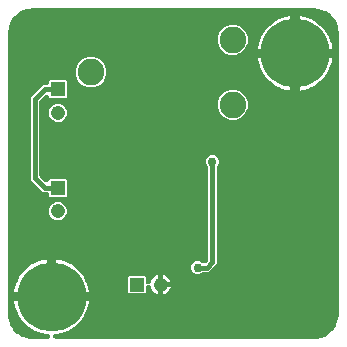
<source format=gbr>
G04 EAGLE Gerber RS-274X export*
G75*
%MOMM*%
%FSLAX34Y34*%
%LPD*%
%INBottom Copper*%
%IPPOS*%
%AMOC8*
5,1,8,0,0,1.08239X$1,22.5*%
G01*
%ADD10R,1.208000X1.208000*%
%ADD11C,1.208000*%
%ADD12C,5.842000*%
%ADD13C,2.250000*%
%ADD14C,0.756400*%
%ADD15C,0.406400*%

G36*
X271476Y134171D02*
X271476Y134171D01*
X271578Y134171D01*
X271676Y134191D01*
X271775Y134201D01*
X271872Y134231D01*
X271972Y134251D01*
X272064Y134289D01*
X272160Y134319D01*
X272250Y134367D01*
X272344Y134407D01*
X272426Y134463D01*
X272514Y134511D01*
X272592Y134576D01*
X272677Y134633D01*
X272747Y134704D01*
X272823Y134768D01*
X272887Y134848D01*
X272958Y134921D01*
X273013Y135004D01*
X273075Y135082D01*
X273122Y135173D01*
X273178Y135258D01*
X273215Y135351D01*
X273261Y135439D01*
X273289Y135537D01*
X273327Y135632D01*
X273345Y135730D01*
X273372Y135826D01*
X273381Y135928D01*
X273399Y136028D01*
X273397Y136128D01*
X273405Y136228D01*
X273393Y136329D01*
X273391Y136431D01*
X273370Y136528D01*
X273358Y136627D01*
X273327Y136724D01*
X273305Y136824D01*
X273264Y136915D01*
X273233Y137010D01*
X273183Y137099D01*
X273142Y137192D01*
X273085Y137274D01*
X273036Y137361D01*
X272969Y137438D01*
X272910Y137521D01*
X272837Y137590D01*
X272772Y137665D01*
X272692Y137728D01*
X272618Y137798D01*
X272533Y137851D01*
X272454Y137912D01*
X272363Y137958D01*
X272276Y138012D01*
X272183Y138047D01*
X272094Y138092D01*
X271995Y138118D01*
X271900Y138154D01*
X271781Y138176D01*
X271705Y138196D01*
X271639Y138202D01*
X271573Y138213D01*
X270136Y138355D01*
X267076Y138964D01*
X264090Y139869D01*
X261209Y141063D01*
X258457Y142534D01*
X255864Y144267D01*
X253452Y146246D01*
X251246Y148452D01*
X249267Y150864D01*
X247534Y153457D01*
X246063Y156209D01*
X244869Y159090D01*
X243964Y162076D01*
X243355Y165136D01*
X243296Y165737D01*
X272768Y165737D01*
X272786Y165739D01*
X272803Y165737D01*
X272986Y165758D01*
X273168Y165777D01*
X273186Y165782D01*
X273203Y165784D01*
X273378Y165841D01*
X273553Y165895D01*
X273569Y165903D01*
X273586Y165909D01*
X273746Y165999D01*
X273907Y166087D01*
X273921Y166098D01*
X273937Y166107D01*
X274076Y166227D01*
X274217Y166344D01*
X274228Y166358D01*
X274241Y166370D01*
X274354Y166515D01*
X274469Y166658D01*
X274477Y166674D01*
X274488Y166688D01*
X274570Y166853D01*
X274655Y167015D01*
X274659Y167032D01*
X274667Y167049D01*
X274715Y167227D01*
X274766Y167402D01*
X274767Y167420D01*
X274772Y167437D01*
X274799Y167768D01*
X274799Y169801D01*
X274801Y169801D01*
X274801Y167768D01*
X274803Y167750D01*
X274801Y167732D01*
X274823Y167550D01*
X274841Y167367D01*
X274846Y167350D01*
X274848Y167333D01*
X274905Y167158D01*
X274959Y166982D01*
X274967Y166967D01*
X274973Y166950D01*
X275063Y166790D01*
X275151Y166628D01*
X275162Y166615D01*
X275171Y166599D01*
X275291Y166460D01*
X275408Y166319D01*
X275422Y166308D01*
X275434Y166295D01*
X275579Y166182D01*
X275722Y166067D01*
X275738Y166059D01*
X275752Y166048D01*
X275917Y165966D01*
X276080Y165881D01*
X276097Y165876D01*
X276113Y165868D01*
X276291Y165821D01*
X276466Y165770D01*
X276484Y165768D01*
X276501Y165764D01*
X276832Y165737D01*
X306304Y165737D01*
X306245Y165136D01*
X305636Y162076D01*
X304731Y159090D01*
X303537Y156209D01*
X302066Y153457D01*
X300333Y150864D01*
X298354Y148452D01*
X296148Y146246D01*
X293736Y144267D01*
X291143Y142534D01*
X288391Y141063D01*
X285510Y139869D01*
X282524Y138964D01*
X279464Y138355D01*
X278027Y138213D01*
X277927Y138193D01*
X277825Y138183D01*
X277730Y138154D01*
X277632Y138134D01*
X277538Y138095D01*
X277440Y138065D01*
X277353Y138018D01*
X277260Y137979D01*
X277176Y137922D01*
X277086Y137873D01*
X277010Y137810D01*
X276927Y137754D01*
X276855Y137681D01*
X276777Y137616D01*
X276714Y137538D01*
X276644Y137467D01*
X276588Y137381D01*
X276525Y137302D01*
X276479Y137213D01*
X276424Y137130D01*
X276386Y137035D01*
X276339Y136945D01*
X276311Y136849D01*
X276274Y136756D01*
X276256Y136656D01*
X276228Y136558D01*
X276220Y136458D01*
X276201Y136360D01*
X276203Y136258D01*
X276195Y136156D01*
X276206Y136057D01*
X276208Y135958D01*
X276230Y135858D01*
X276242Y135757D01*
X276273Y135662D01*
X276294Y135564D01*
X276335Y135471D01*
X276367Y135374D01*
X276416Y135287D01*
X276456Y135196D01*
X276514Y135112D01*
X276564Y135023D01*
X276630Y134948D01*
X276687Y134866D01*
X276761Y134796D01*
X276828Y134718D01*
X276906Y134657D01*
X276979Y134589D01*
X277065Y134534D01*
X277146Y134472D01*
X277235Y134427D01*
X277320Y134374D01*
X277415Y134338D01*
X277506Y134292D01*
X277603Y134267D01*
X277696Y134231D01*
X277797Y134214D01*
X277895Y134188D01*
X278016Y134178D01*
X278093Y134165D01*
X278159Y134166D01*
X278226Y134161D01*
X497734Y134161D01*
X497773Y134165D01*
X497823Y134163D01*
X499739Y134246D01*
X499824Y134258D01*
X499977Y134271D01*
X502484Y134679D01*
X502542Y134695D01*
X502602Y134702D01*
X502794Y134762D01*
X502873Y134783D01*
X502892Y134792D01*
X502918Y134801D01*
X507799Y136773D01*
X507919Y136835D01*
X508043Y136890D01*
X508106Y136934D01*
X508156Y136960D01*
X508217Y137009D01*
X508317Y137077D01*
X512408Y140390D01*
X512504Y140486D01*
X512606Y140574D01*
X512654Y140634D01*
X512694Y140674D01*
X512738Y140739D01*
X512814Y140833D01*
X515757Y145198D01*
X515821Y145316D01*
X515893Y145431D01*
X515922Y145502D01*
X515948Y145552D01*
X515957Y145582D01*
X515965Y145596D01*
X515980Y145650D01*
X516016Y145740D01*
X517555Y150774D01*
X517567Y150833D01*
X517587Y150889D01*
X517618Y151088D01*
X517634Y151169D01*
X517634Y151190D01*
X517638Y151217D01*
X517834Y153849D01*
X517832Y153912D01*
X517839Y154000D01*
X517839Y154137D01*
X517839Y156425D01*
X517839Y393734D01*
X517835Y393773D01*
X517837Y393823D01*
X517754Y395739D01*
X517742Y395824D01*
X517729Y395977D01*
X517321Y398484D01*
X517305Y398542D01*
X517298Y398602D01*
X517238Y398794D01*
X517217Y398873D01*
X517208Y398892D01*
X517199Y398918D01*
X515227Y403799D01*
X515165Y403919D01*
X515110Y404043D01*
X515066Y404106D01*
X515040Y404156D01*
X514991Y404217D01*
X514923Y404317D01*
X511610Y408408D01*
X511514Y408504D01*
X511426Y408606D01*
X511366Y408654D01*
X511326Y408694D01*
X511261Y408738D01*
X511167Y408814D01*
X506802Y411757D01*
X506684Y411821D01*
X506569Y411893D01*
X506498Y411922D01*
X506448Y411948D01*
X506373Y411971D01*
X506260Y412016D01*
X501226Y413555D01*
X501167Y413567D01*
X501111Y413587D01*
X500912Y413618D01*
X500831Y413634D01*
X500810Y413634D01*
X500783Y413638D01*
X498151Y413834D01*
X498088Y413832D01*
X498000Y413839D01*
X497808Y413839D01*
X495575Y413839D01*
X258266Y413839D01*
X258227Y413835D01*
X258177Y413837D01*
X256261Y413754D01*
X256176Y413742D01*
X256023Y413729D01*
X253516Y413321D01*
X253458Y413305D01*
X253398Y413298D01*
X253206Y413238D01*
X253127Y413217D01*
X253108Y413208D01*
X253082Y413199D01*
X248201Y411227D01*
X248081Y411165D01*
X247957Y411110D01*
X247894Y411066D01*
X247844Y411040D01*
X247783Y410991D01*
X247683Y410923D01*
X243592Y407610D01*
X243496Y407514D01*
X243394Y407426D01*
X243346Y407366D01*
X243306Y407326D01*
X243262Y407261D01*
X243186Y407167D01*
X240243Y402802D01*
X240235Y402789D01*
X240225Y402777D01*
X240170Y402670D01*
X240107Y402569D01*
X240078Y402497D01*
X240052Y402448D01*
X240047Y402433D01*
X240040Y402419D01*
X240021Y402353D01*
X239984Y402260D01*
X238445Y397226D01*
X238433Y397167D01*
X238413Y397111D01*
X238382Y396912D01*
X238366Y396831D01*
X238366Y396810D01*
X238362Y396783D01*
X238166Y394151D01*
X238168Y394088D01*
X238161Y394000D01*
X238161Y391575D01*
X238161Y154000D01*
X238166Y153944D01*
X238165Y153867D01*
X238317Y151543D01*
X238323Y151510D01*
X238323Y151476D01*
X238382Y151150D01*
X239586Y146659D01*
X239621Y146566D01*
X239647Y146469D01*
X239700Y146357D01*
X239728Y146283D01*
X239757Y146236D01*
X239788Y146170D01*
X242113Y142144D01*
X242171Y142062D01*
X242221Y141976D01*
X242301Y141881D01*
X242348Y141817D01*
X242388Y141779D01*
X242436Y141723D01*
X245723Y138436D01*
X245800Y138372D01*
X245871Y138302D01*
X245973Y138231D01*
X246034Y138181D01*
X246083Y138155D01*
X246144Y138113D01*
X250170Y135788D01*
X250261Y135747D01*
X250347Y135697D01*
X250464Y135656D01*
X250536Y135623D01*
X250590Y135610D01*
X250659Y135586D01*
X255150Y134382D01*
X255183Y134377D01*
X255214Y134366D01*
X255543Y134317D01*
X257867Y134165D01*
X257924Y134167D01*
X258000Y134161D01*
X271374Y134161D01*
X271476Y134171D01*
G37*
%LPC*%
G36*
X273388Y254483D02*
X273388Y254483D01*
X272495Y255376D01*
X272495Y256460D01*
X272493Y256478D01*
X272495Y256496D01*
X272474Y256678D01*
X272455Y256861D01*
X272450Y256878D01*
X272448Y256895D01*
X272391Y257070D01*
X272337Y257246D01*
X272329Y257261D01*
X272323Y257278D01*
X272233Y257438D01*
X272145Y257600D01*
X272134Y257613D01*
X272125Y257629D01*
X272005Y257768D01*
X271888Y257909D01*
X271874Y257920D01*
X271862Y257934D01*
X271717Y258046D01*
X271574Y258161D01*
X271558Y258169D01*
X271544Y258180D01*
X271379Y258262D01*
X271217Y258347D01*
X271200Y258352D01*
X271184Y258360D01*
X271005Y258407D01*
X270830Y258458D01*
X270812Y258460D01*
X270795Y258464D01*
X270464Y258491D01*
X267479Y258491D01*
X257443Y268527D01*
X257443Y338473D01*
X267887Y348917D01*
X270464Y348917D01*
X270482Y348919D01*
X270500Y348917D01*
X270682Y348938D01*
X270865Y348957D01*
X270882Y348962D01*
X270899Y348964D01*
X271074Y349021D01*
X271250Y349075D01*
X271265Y349083D01*
X271282Y349089D01*
X271442Y349179D01*
X271604Y349267D01*
X271617Y349278D01*
X271633Y349287D01*
X271772Y349407D01*
X271913Y349524D01*
X271924Y349538D01*
X271938Y349550D01*
X272050Y349695D01*
X272165Y349838D01*
X272173Y349854D01*
X272184Y349868D01*
X272266Y350033D01*
X272351Y350195D01*
X272356Y350212D01*
X272364Y350228D01*
X272411Y350407D01*
X272462Y350582D01*
X272464Y350600D01*
X272468Y350617D01*
X272495Y350948D01*
X272495Y352032D01*
X273388Y352925D01*
X286732Y352925D01*
X287625Y352032D01*
X287625Y338688D01*
X286732Y337795D01*
X273388Y337795D01*
X272482Y338702D01*
X272474Y338771D01*
X272455Y338962D01*
X272453Y338971D01*
X272452Y338979D01*
X272394Y339162D01*
X272337Y339347D01*
X272333Y339355D01*
X272330Y339363D01*
X272237Y339532D01*
X272145Y339701D01*
X272140Y339708D01*
X272135Y339716D01*
X272011Y339863D01*
X271888Y340010D01*
X271881Y340016D01*
X271875Y340023D01*
X271724Y340142D01*
X271574Y340263D01*
X271566Y340267D01*
X271559Y340272D01*
X271386Y340360D01*
X271217Y340448D01*
X271208Y340451D01*
X271200Y340455D01*
X271014Y340507D01*
X270830Y340559D01*
X270821Y340560D01*
X270812Y340563D01*
X270619Y340577D01*
X270428Y340592D01*
X270420Y340591D01*
X270411Y340592D01*
X270218Y340568D01*
X270029Y340545D01*
X270020Y340543D01*
X270011Y340542D01*
X269828Y340480D01*
X269646Y340421D01*
X269638Y340416D01*
X269630Y340413D01*
X269463Y340317D01*
X269295Y340223D01*
X269288Y340217D01*
X269281Y340212D01*
X269028Y339998D01*
X265152Y336122D01*
X265135Y336101D01*
X265114Y336083D01*
X265008Y335946D01*
X264897Y335810D01*
X264884Y335786D01*
X264868Y335765D01*
X264790Y335609D01*
X264708Y335454D01*
X264700Y335429D01*
X264688Y335405D01*
X264643Y335236D01*
X264593Y335069D01*
X264591Y335042D01*
X264584Y335016D01*
X264557Y334685D01*
X264557Y272315D01*
X264559Y272288D01*
X264557Y272261D01*
X264579Y272087D01*
X264597Y271914D01*
X264604Y271889D01*
X264608Y271862D01*
X264663Y271696D01*
X264715Y271529D01*
X264728Y271505D01*
X264736Y271480D01*
X264823Y271329D01*
X264907Y271175D01*
X264924Y271155D01*
X264937Y271131D01*
X265152Y270878D01*
X269028Y267002D01*
X269035Y266997D01*
X269040Y266990D01*
X269190Y266869D01*
X269339Y266747D01*
X269347Y266743D01*
X269354Y266737D01*
X269524Y266649D01*
X269695Y266559D01*
X269704Y266556D01*
X269711Y266552D01*
X269896Y266499D01*
X270081Y266444D01*
X270090Y266443D01*
X270098Y266441D01*
X270289Y266425D01*
X270482Y266407D01*
X270491Y266408D01*
X270500Y266408D01*
X270689Y266430D01*
X270882Y266451D01*
X270891Y266454D01*
X270899Y266455D01*
X271081Y266514D01*
X271266Y266572D01*
X271274Y266577D01*
X271282Y266579D01*
X271451Y266674D01*
X271618Y266767D01*
X271625Y266773D01*
X271633Y266777D01*
X271779Y266903D01*
X271925Y267028D01*
X271931Y267035D01*
X271938Y267040D01*
X272055Y267192D01*
X272175Y267344D01*
X272179Y267352D01*
X272184Y267359D01*
X272269Y267530D01*
X272357Y267702D01*
X272360Y267711D01*
X272364Y267719D01*
X272414Y267905D01*
X272465Y268090D01*
X272466Y268099D01*
X272468Y268108D01*
X272495Y268439D01*
X272495Y268720D01*
X273388Y269613D01*
X286732Y269613D01*
X287625Y268720D01*
X287625Y255376D01*
X286732Y254483D01*
X273388Y254483D01*
G37*
%LPD*%
%LPC*%
G36*
X397470Y189003D02*
X397470Y189003D01*
X395520Y189811D01*
X394027Y191304D01*
X393219Y193254D01*
X393219Y195366D01*
X394027Y197316D01*
X395520Y198809D01*
X397470Y199617D01*
X399582Y199617D01*
X401532Y198809D01*
X401879Y198462D01*
X401900Y198445D01*
X401917Y198424D01*
X402055Y198317D01*
X402191Y198207D01*
X402214Y198194D01*
X402235Y198178D01*
X402392Y198100D01*
X402546Y198018D01*
X402572Y198010D01*
X402596Y197998D01*
X402765Y197953D01*
X402932Y197903D01*
X402959Y197901D01*
X402985Y197894D01*
X403316Y197867D01*
X403831Y197867D01*
X403858Y197869D01*
X403885Y197867D01*
X404059Y197889D01*
X404232Y197907D01*
X404257Y197914D01*
X404284Y197918D01*
X404450Y197973D01*
X404617Y198025D01*
X404640Y198038D01*
X404666Y198046D01*
X404817Y198133D01*
X404971Y198217D01*
X404991Y198234D01*
X405015Y198247D01*
X405268Y198462D01*
X406848Y200042D01*
X406865Y200063D01*
X406886Y200081D01*
X406992Y200218D01*
X407103Y200354D01*
X407116Y200377D01*
X407132Y200399D01*
X407210Y200556D01*
X407292Y200710D01*
X407300Y200735D01*
X407312Y200759D01*
X407357Y200929D01*
X407407Y201095D01*
X407409Y201122D01*
X407416Y201148D01*
X407443Y201479D01*
X407443Y279210D01*
X407441Y279237D01*
X407443Y279264D01*
X407421Y279438D01*
X407403Y279611D01*
X407396Y279637D01*
X407392Y279663D01*
X407337Y279829D01*
X407285Y279996D01*
X407272Y280020D01*
X407264Y280045D01*
X407177Y280197D01*
X407093Y280350D01*
X407076Y280371D01*
X407063Y280394D01*
X406848Y280647D01*
X406501Y280994D01*
X405693Y282944D01*
X405693Y285056D01*
X406501Y287006D01*
X407994Y288499D01*
X408464Y288694D01*
X408465Y288694D01*
X409944Y289307D01*
X412056Y289307D01*
X414006Y288499D01*
X415499Y287006D01*
X416307Y285056D01*
X416307Y282944D01*
X415499Y280994D01*
X415152Y280647D01*
X415135Y280626D01*
X415114Y280609D01*
X415007Y280471D01*
X414897Y280335D01*
X414884Y280312D01*
X414868Y280291D01*
X414790Y280134D01*
X414708Y279980D01*
X414700Y279954D01*
X414688Y279930D01*
X414643Y279761D01*
X414593Y279594D01*
X414591Y279567D01*
X414584Y279541D01*
X414557Y279210D01*
X414557Y197691D01*
X407619Y190753D01*
X403316Y190753D01*
X403289Y190751D01*
X403262Y190753D01*
X403088Y190731D01*
X402915Y190713D01*
X402889Y190706D01*
X402863Y190702D01*
X402697Y190647D01*
X402530Y190595D01*
X402506Y190582D01*
X402481Y190574D01*
X402329Y190487D01*
X402176Y190403D01*
X402155Y190386D01*
X402132Y190373D01*
X401879Y190158D01*
X401532Y189811D01*
X399582Y189003D01*
X397470Y189003D01*
G37*
%LPD*%
%LPC*%
G36*
X485063Y379863D02*
X485063Y379863D01*
X485063Y407304D01*
X485664Y407245D01*
X488724Y406636D01*
X491710Y405731D01*
X494591Y404537D01*
X497343Y403066D01*
X499936Y401333D01*
X502348Y399354D01*
X504554Y397148D01*
X506533Y394736D01*
X508266Y392143D01*
X509737Y389391D01*
X510931Y386510D01*
X511836Y383524D01*
X512445Y380464D01*
X512504Y379863D01*
X485063Y379863D01*
G37*
%LPD*%
%LPC*%
G36*
X278863Y173863D02*
X278863Y173863D01*
X278863Y201304D01*
X279464Y201245D01*
X282524Y200636D01*
X285510Y199731D01*
X288391Y198537D01*
X291143Y197066D01*
X293736Y195333D01*
X296148Y193354D01*
X298354Y191148D01*
X300333Y188736D01*
X302066Y186143D01*
X303537Y183391D01*
X304731Y180510D01*
X305636Y177524D01*
X306245Y174464D01*
X306304Y173863D01*
X278863Y173863D01*
G37*
%LPD*%
%LPC*%
G36*
X449496Y379863D02*
X449496Y379863D01*
X449555Y380464D01*
X450164Y383524D01*
X451069Y386510D01*
X452263Y389391D01*
X453734Y392143D01*
X455467Y394736D01*
X457446Y397148D01*
X459652Y399354D01*
X462064Y401333D01*
X464657Y403066D01*
X467409Y404537D01*
X470290Y405731D01*
X473276Y406636D01*
X476336Y407245D01*
X476937Y407304D01*
X476937Y379863D01*
X449496Y379863D01*
G37*
%LPD*%
%LPC*%
G36*
X485063Y371737D02*
X485063Y371737D01*
X512504Y371737D01*
X512445Y371136D01*
X511836Y368076D01*
X510931Y365090D01*
X509737Y362209D01*
X508266Y359457D01*
X506533Y356864D01*
X504554Y354452D01*
X502348Y352246D01*
X499936Y350267D01*
X497343Y348534D01*
X494591Y347063D01*
X491710Y345869D01*
X488724Y344964D01*
X485664Y344355D01*
X485063Y344296D01*
X485063Y371737D01*
G37*
%LPD*%
%LPC*%
G36*
X243296Y173863D02*
X243296Y173863D01*
X243355Y174464D01*
X243964Y177524D01*
X244869Y180510D01*
X246063Y183391D01*
X247534Y186143D01*
X249267Y188736D01*
X251246Y191148D01*
X253452Y193354D01*
X255864Y195333D01*
X258457Y197066D01*
X261209Y198537D01*
X264090Y199731D01*
X267076Y200636D01*
X270136Y201245D01*
X270737Y201304D01*
X270737Y173863D01*
X243296Y173863D01*
G37*
%LPD*%
%LPC*%
G36*
X476336Y344355D02*
X476336Y344355D01*
X473276Y344964D01*
X470290Y345869D01*
X467409Y347063D01*
X464657Y348534D01*
X462064Y350267D01*
X459652Y352246D01*
X457446Y354452D01*
X455467Y356864D01*
X453734Y359457D01*
X452263Y362209D01*
X451069Y365090D01*
X450164Y368076D01*
X449555Y371136D01*
X449496Y371737D01*
X476937Y371737D01*
X476937Y344296D01*
X476336Y344355D01*
G37*
%LPD*%
%LPC*%
G36*
X425647Y374535D02*
X425647Y374535D01*
X420952Y376480D01*
X417358Y380074D01*
X415413Y384769D01*
X415413Y389851D01*
X417358Y394546D01*
X420952Y398140D01*
X425647Y400085D01*
X430729Y400085D01*
X435424Y398140D01*
X439018Y394546D01*
X440963Y389851D01*
X440963Y384769D01*
X439018Y380074D01*
X435424Y376480D01*
X433593Y375721D01*
X430729Y374535D01*
X425647Y374535D01*
G37*
%LPD*%
%LPC*%
G36*
X305647Y347035D02*
X305647Y347035D01*
X300952Y348980D01*
X297358Y352574D01*
X295413Y357269D01*
X295413Y362351D01*
X297358Y367046D01*
X300952Y370640D01*
X304175Y371975D01*
X305647Y372585D01*
X310729Y372585D01*
X315424Y370640D01*
X319018Y367046D01*
X320963Y362351D01*
X320963Y357269D01*
X319018Y352574D01*
X315424Y348980D01*
X310729Y347035D01*
X305647Y347035D01*
G37*
%LPD*%
%LPC*%
G36*
X425647Y319535D02*
X425647Y319535D01*
X420952Y321480D01*
X417358Y325074D01*
X415413Y329769D01*
X415413Y334851D01*
X417358Y339546D01*
X420952Y343140D01*
X425647Y345085D01*
X430729Y345085D01*
X435424Y343140D01*
X439018Y339546D01*
X440963Y334851D01*
X440963Y329769D01*
X439018Y325074D01*
X435424Y321480D01*
X433970Y320878D01*
X430729Y319535D01*
X425647Y319535D01*
G37*
%LPD*%
%LPC*%
G36*
X363866Y172076D02*
X363866Y172076D01*
X362663Y172689D01*
X361570Y173483D01*
X360615Y174438D01*
X359821Y175531D01*
X359208Y176734D01*
X358791Y178019D01*
X358762Y178198D01*
X358752Y178238D01*
X358747Y178281D01*
X358701Y178433D01*
X358660Y178587D01*
X358642Y178625D01*
X358629Y178665D01*
X358553Y178806D01*
X358483Y178949D01*
X358458Y178982D01*
X358437Y179019D01*
X358336Y179142D01*
X358239Y179268D01*
X358207Y179296D01*
X358180Y179329D01*
X358056Y179428D01*
X357936Y179534D01*
X357899Y179555D01*
X357866Y179581D01*
X357725Y179654D01*
X357586Y179734D01*
X357546Y179747D01*
X357509Y179767D01*
X357356Y179811D01*
X357204Y179861D01*
X357162Y179866D01*
X357122Y179878D01*
X356963Y179891D01*
X356805Y179911D01*
X356763Y179907D01*
X356720Y179911D01*
X356562Y179892D01*
X356403Y179880D01*
X356362Y179869D01*
X356321Y179864D01*
X356169Y179815D01*
X356016Y179771D01*
X355978Y179752D01*
X355938Y179739D01*
X355799Y179661D01*
X355657Y179588D01*
X355624Y179562D01*
X355587Y179541D01*
X355467Y179437D01*
X355342Y179338D01*
X355314Y179306D01*
X355282Y179278D01*
X355185Y179152D01*
X355082Y179030D01*
X355062Y178993D01*
X355036Y178960D01*
X354965Y178817D01*
X354888Y178678D01*
X354875Y178637D01*
X354856Y178599D01*
X354815Y178445D01*
X354767Y178294D01*
X354763Y178252D01*
X354752Y178211D01*
X354729Y177936D01*
X354725Y177893D01*
X354725Y177886D01*
X354725Y177880D01*
X354725Y173356D01*
X353832Y172463D01*
X340488Y172463D01*
X339595Y173356D01*
X339595Y186700D01*
X340488Y187593D01*
X353832Y187593D01*
X354725Y186700D01*
X354725Y182176D01*
X354729Y182134D01*
X354726Y182092D01*
X354749Y181934D01*
X354765Y181775D01*
X354777Y181735D01*
X354783Y181693D01*
X354836Y181543D01*
X354883Y181391D01*
X354903Y181353D01*
X354917Y181313D01*
X354999Y181177D01*
X355075Y181037D01*
X355102Y181004D01*
X355123Y180968D01*
X355230Y180850D01*
X355332Y180727D01*
X355365Y180701D01*
X355394Y180669D01*
X355522Y180575D01*
X355646Y180475D01*
X355684Y180455D01*
X355718Y180430D01*
X355862Y180363D01*
X356003Y180289D01*
X356044Y180278D01*
X356082Y180260D01*
X356237Y180222D01*
X356390Y180178D01*
X356432Y180175D01*
X356473Y180165D01*
X356633Y180158D01*
X356792Y180145D01*
X356833Y180150D01*
X356876Y180148D01*
X357033Y180173D01*
X357191Y180192D01*
X357232Y180205D01*
X357273Y180212D01*
X357423Y180267D01*
X357574Y180317D01*
X357611Y180338D01*
X357651Y180352D01*
X357786Y180436D01*
X357925Y180515D01*
X357957Y180542D01*
X357993Y180565D01*
X358109Y180674D01*
X358229Y180778D01*
X358255Y180811D01*
X358286Y180840D01*
X358379Y180970D01*
X358476Y181096D01*
X358495Y181134D01*
X358520Y181168D01*
X358585Y181314D01*
X358656Y181457D01*
X358667Y181497D01*
X358684Y181536D01*
X358749Y181803D01*
X358760Y181845D01*
X358761Y181852D01*
X358762Y181858D01*
X358791Y182037D01*
X359208Y183322D01*
X359821Y184525D01*
X360615Y185618D01*
X361570Y186573D01*
X362663Y187367D01*
X363866Y187980D01*
X365129Y188390D01*
X365129Y180028D01*
X365129Y171666D01*
X363866Y172076D01*
G37*
%LPD*%
%LPC*%
G36*
X278555Y234483D02*
X278555Y234483D01*
X275775Y235635D01*
X273647Y237763D01*
X272495Y240543D01*
X272495Y243553D01*
X273647Y246333D01*
X275775Y248461D01*
X278555Y249613D01*
X281565Y249613D01*
X284345Y248461D01*
X286473Y246333D01*
X287625Y243553D01*
X287625Y240543D01*
X286473Y237763D01*
X284345Y235635D01*
X281565Y234483D01*
X278555Y234483D01*
G37*
%LPD*%
%LPC*%
G36*
X278555Y317795D02*
X278555Y317795D01*
X275775Y318947D01*
X273647Y321075D01*
X272495Y323855D01*
X272495Y326865D01*
X273647Y329645D01*
X275775Y331773D01*
X278555Y332925D01*
X281565Y332925D01*
X284345Y331773D01*
X286473Y329645D01*
X287625Y326865D01*
X287625Y323855D01*
X286473Y321075D01*
X284345Y318947D01*
X284103Y318846D01*
X284102Y318846D01*
X281565Y317795D01*
X278555Y317795D01*
G37*
%LPD*%
%LPC*%
G36*
X369191Y182059D02*
X369191Y182059D01*
X369191Y188390D01*
X370454Y187980D01*
X371657Y187367D01*
X372750Y186573D01*
X373705Y185618D01*
X374499Y184525D01*
X375112Y183322D01*
X375522Y182059D01*
X369191Y182059D01*
G37*
%LPD*%
%LPC*%
G36*
X369191Y177997D02*
X369191Y177997D01*
X375522Y177997D01*
X375112Y176734D01*
X374499Y175531D01*
X373705Y174438D01*
X372750Y173483D01*
X371657Y172689D01*
X370454Y172076D01*
X369191Y171666D01*
X369191Y177997D01*
G37*
%LPD*%
%LPC*%
G36*
X480999Y375799D02*
X480999Y375799D01*
X480999Y375801D01*
X481001Y375801D01*
X481001Y375799D01*
X480999Y375799D01*
G37*
%LPD*%
D10*
X280060Y262048D03*
D11*
X280060Y242048D03*
D12*
X274800Y169800D03*
X481000Y375800D03*
D10*
X280060Y345360D03*
D11*
X280060Y325360D03*
D10*
X347160Y180028D03*
D11*
X367160Y180028D03*
D13*
X428188Y332310D03*
X428188Y387310D03*
X308188Y359810D03*
D14*
X411000Y284000D03*
D15*
X411000Y199164D01*
X406146Y194310D01*
X398526Y194310D01*
D14*
X398526Y194310D03*
D15*
X280060Y345360D02*
X269360Y345360D01*
X261000Y337000D01*
X261000Y270000D01*
X268952Y262048D01*
X280060Y262048D01*
M02*

</source>
